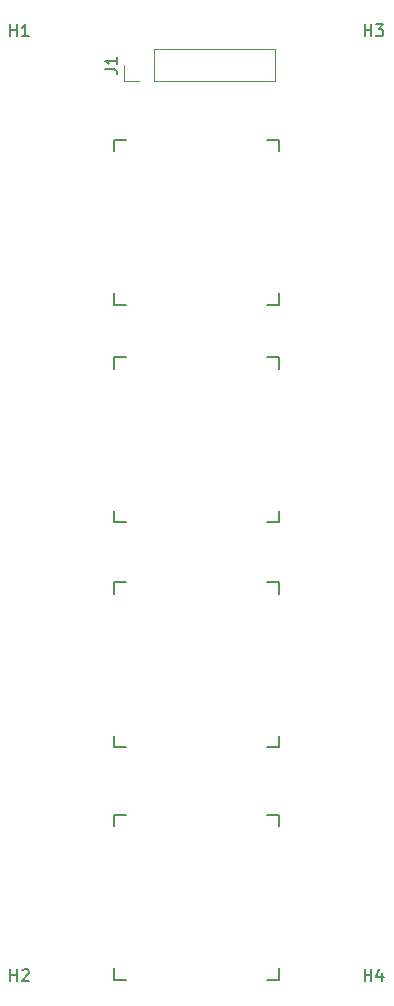
<source format=gbr>
%TF.GenerationSoftware,KiCad,Pcbnew,6.0.0-d3dd2cf0fa~116~ubuntu21.10.1*%
%TF.CreationDate,2021-12-31T19:25:48-08:00*%
%TF.ProjectId,macropad-test1,6d616372-6f70-4616-942d-74657374312e,rev?*%
%TF.SameCoordinates,Original*%
%TF.FileFunction,Legend,Top*%
%TF.FilePolarity,Positive*%
%FSLAX46Y46*%
G04 Gerber Fmt 4.6, Leading zero omitted, Abs format (unit mm)*
G04 Created by KiCad (PCBNEW 6.0.0-d3dd2cf0fa~116~ubuntu21.10.1) date 2021-12-31 19:25:48*
%MOMM*%
%LPD*%
G01*
G04 APERTURE LIST*
%ADD10C,0.150000*%
%ADD11C,0.120000*%
G04 APERTURE END LIST*
D10*
%TO.C,H1*%
X29238095Y-27252380D02*
X29238095Y-26252380D01*
X29238095Y-26728571D02*
X29809523Y-26728571D01*
X29809523Y-27252380D02*
X29809523Y-26252380D01*
X30809523Y-27252380D02*
X30238095Y-27252380D01*
X30523809Y-27252380D02*
X30523809Y-26252380D01*
X30428571Y-26395238D01*
X30333333Y-26490476D01*
X30238095Y-26538095D01*
%TO.C,H2*%
X29238095Y-107252380D02*
X29238095Y-106252380D01*
X29238095Y-106728571D02*
X29809523Y-106728571D01*
X29809523Y-107252380D02*
X29809523Y-106252380D01*
X30238095Y-106347619D02*
X30285714Y-106300000D01*
X30380952Y-106252380D01*
X30619047Y-106252380D01*
X30714285Y-106300000D01*
X30761904Y-106347619D01*
X30809523Y-106442857D01*
X30809523Y-106538095D01*
X30761904Y-106680952D01*
X30190476Y-107252380D01*
X30809523Y-107252380D01*
%TO.C,H4*%
X59238095Y-107252380D02*
X59238095Y-106252380D01*
X59238095Y-106728571D02*
X59809523Y-106728571D01*
X59809523Y-107252380D02*
X59809523Y-106252380D01*
X60714285Y-106585714D02*
X60714285Y-107252380D01*
X60476190Y-106204761D02*
X60238095Y-106919047D01*
X60857142Y-106919047D01*
%TO.C,H3*%
X59238095Y-27252380D02*
X59238095Y-26252380D01*
X59238095Y-26728571D02*
X59809523Y-26728571D01*
X59809523Y-27252380D02*
X59809523Y-26252380D01*
X60190476Y-26252380D02*
X60809523Y-26252380D01*
X60476190Y-26633333D01*
X60619047Y-26633333D01*
X60714285Y-26680952D01*
X60761904Y-26728571D01*
X60809523Y-26823809D01*
X60809523Y-27061904D01*
X60761904Y-27157142D01*
X60714285Y-27204761D01*
X60619047Y-27252380D01*
X60333333Y-27252380D01*
X60238095Y-27204761D01*
X60190476Y-27157142D01*
%TO.C,J1*%
X37282380Y-30033333D02*
X37996666Y-30033333D01*
X38139523Y-30080952D01*
X38234761Y-30176190D01*
X38282380Y-30319047D01*
X38282380Y-30414285D01*
X38282380Y-29033333D02*
X38282380Y-29604761D01*
X38282380Y-29319047D02*
X37282380Y-29319047D01*
X37425238Y-29414285D01*
X37520476Y-29509523D01*
X37568095Y-29604761D01*
D11*
X41430000Y-31030000D02*
X51650000Y-31030000D01*
X51650000Y-31030000D02*
X51650000Y-28370000D01*
X41430000Y-31030000D02*
X41430000Y-28370000D01*
X40160000Y-31030000D02*
X38830000Y-31030000D01*
X38830000Y-31030000D02*
X38830000Y-29700000D01*
X41430000Y-28370000D02*
X51650000Y-28370000D01*
D10*
%TO.C,SW1*%
X38000000Y-50000000D02*
X39000000Y-50000000D01*
X38000000Y-37000000D02*
X38000000Y-36000000D01*
X39000000Y-36000000D02*
X38000000Y-36000000D01*
X52000000Y-36000000D02*
X52000000Y-37000000D01*
X52000000Y-36000000D02*
X51000000Y-36000000D01*
X38000000Y-50000000D02*
X38000000Y-49000000D01*
X51000000Y-50000000D02*
X52000000Y-50000000D01*
X52000000Y-49000000D02*
X52000000Y-50000000D01*
%TO.C,SW2*%
X52000000Y-54415000D02*
X51000000Y-54415000D01*
X39000000Y-54415000D02*
X38000000Y-54415000D01*
X38000000Y-55415000D02*
X38000000Y-54415000D01*
X38000000Y-68415000D02*
X39000000Y-68415000D01*
X38000000Y-68415000D02*
X38000000Y-67415000D01*
X52000000Y-54415000D02*
X52000000Y-55415000D01*
X51000000Y-68415000D02*
X52000000Y-68415000D01*
X52000000Y-67415000D02*
X52000000Y-68415000D01*
%TO.C,SW3*%
X38000000Y-87465000D02*
X39000000Y-87465000D01*
X52000000Y-86465000D02*
X52000000Y-87465000D01*
X51000000Y-87465000D02*
X52000000Y-87465000D01*
X52000000Y-73465000D02*
X52000000Y-74465000D01*
X38000000Y-87465000D02*
X38000000Y-86465000D01*
X38000000Y-74465000D02*
X38000000Y-73465000D01*
X39000000Y-73465000D02*
X38000000Y-73465000D01*
X52000000Y-73465000D02*
X51000000Y-73465000D01*
%TO.C,SW4*%
X38000000Y-107150000D02*
X38000000Y-106150000D01*
X52000000Y-106150000D02*
X52000000Y-107150000D01*
X52000000Y-93150000D02*
X52000000Y-94150000D01*
X38000000Y-94150000D02*
X38000000Y-93150000D01*
X52000000Y-93150000D02*
X51000000Y-93150000D01*
X39000000Y-93150000D02*
X38000000Y-93150000D01*
X51000000Y-107150000D02*
X52000000Y-107150000D01*
X38000000Y-107150000D02*
X39000000Y-107150000D01*
%TD*%
M02*

</source>
